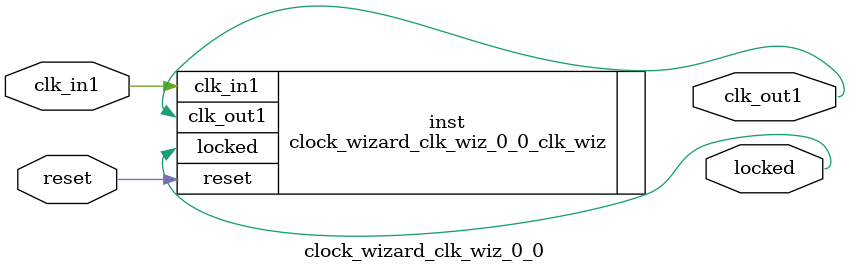
<source format=v>


`timescale 1ps/1ps

(* CORE_GENERATION_INFO = "clock_wizard_clk_wiz_0_0,clk_wiz_v6_0_14_0_0,{component_name=clock_wizard_clk_wiz_0_0,use_phase_alignment=true,use_min_o_jitter=false,use_max_i_jitter=false,use_dyn_phase_shift=false,use_inclk_switchover=false,use_dyn_reconfig=false,enable_axi=0,feedback_source=FDBK_AUTO,PRIMITIVE=MMCM,num_out_clk=1,clkin1_period=83.333,clkin2_period=10.0,use_power_down=false,use_reset=true,use_locked=true,use_inclk_stopped=false,feedback_type=SINGLE,CLOCK_MGR_TYPE=NA,manual_override=false}" *)

module clock_wizard_clk_wiz_0_0 
 (
  // Clock out ports
  output        clk_out1,
  // Status and control signals
  input         reset,
  output        locked,
 // Clock in ports
  input         clk_in1
 );

  clock_wizard_clk_wiz_0_0_clk_wiz inst
  (
  // Clock out ports  
  .clk_out1(clk_out1),
  // Status and control signals               
  .reset(reset), 
  .locked(locked),
 // Clock in ports
  .clk_in1(clk_in1)
  );

endmodule

</source>
